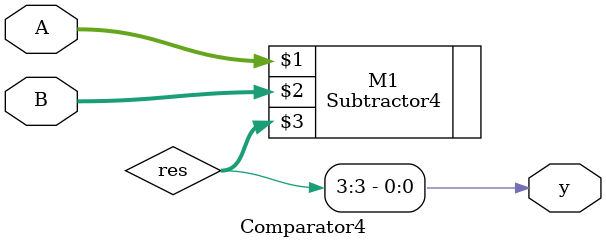
<source format=sv>
/*This module implments a 4-bits Comarator compares between 2 4-bits inputs*/
module Comparator4(A, B, y);
input logic [3:0] A, B;  //Inputs
output logic y;

wire [3:0] res;          //Subtraction result

Subtractor4 M1(A, B, res);   //A-B

assign y = res[3];           //y is a signal to determine whether B>A or not. if y = 1 then B>A

endmodule

</source>
